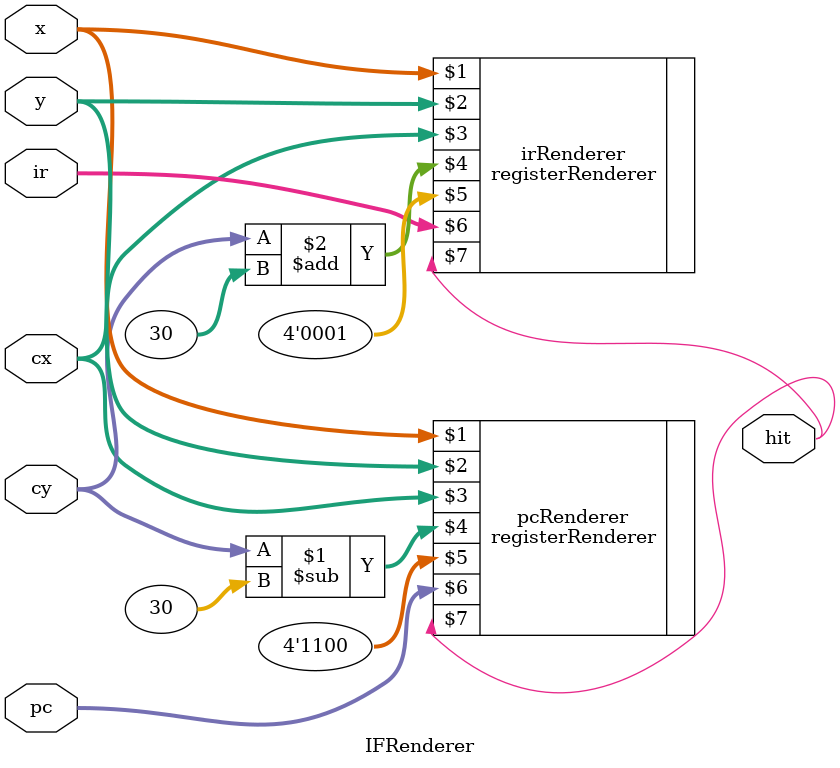
<source format=v>
module IFRenderer (
  input [10:0] x, y,
  input [10:0] cx, cy,
  input [15:0] pc, ir,
  output wor hit
);

registerRenderer pcRenderer (
  x, y,
  cx, cy - 30,
  4'hc, pc,
  hit
);

registerRenderer irRenderer (
  x, y,
  cx, cy + 30,
  4'h1, ir,
  hit
);

endmodule

</source>
